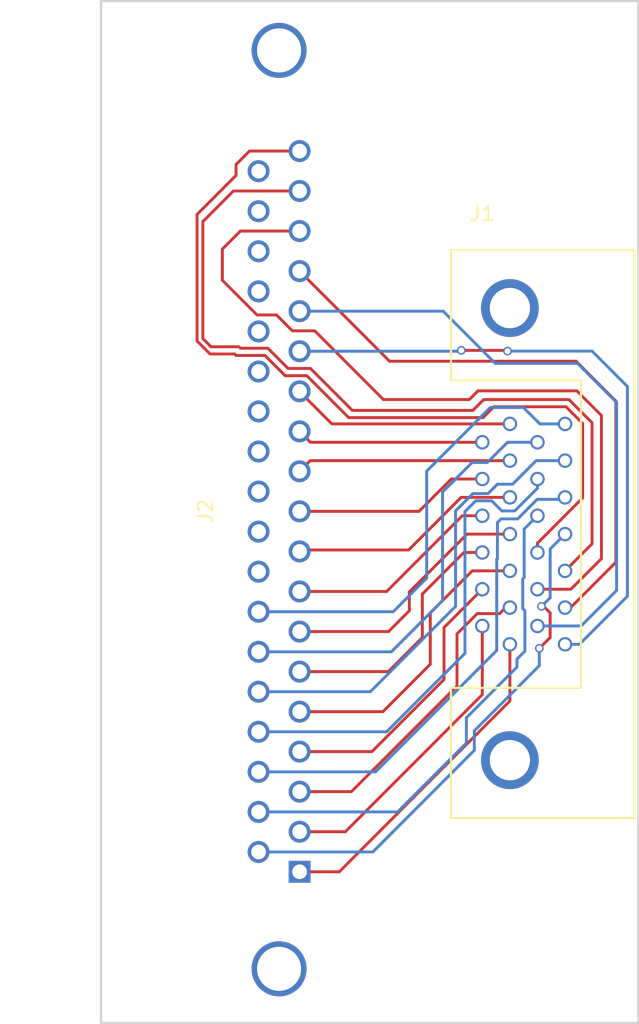
<source format=kicad_pcb>
(kicad_pcb (version 4) (host pcbnew 4.0.6)

  (general
    (links 26)
    (no_connects 0)
    (area 0 0 0 0)
    (thickness 1.6)
    (drawings 6)
    (tracks 193)
    (zones 0)
    (modules 2)
    (nets 38)
  )

  (page A4)
  (layers
    (0 F.Cu signal)
    (31 B.Cu signal)
    (32 B.Adhes user)
    (33 F.Adhes user)
    (34 B.Paste user)
    (35 F.Paste user)
    (36 B.SilkS user)
    (37 F.SilkS user)
    (38 B.Mask user)
    (39 F.Mask user)
    (40 Dwgs.User user)
    (41 Cmts.User user)
    (42 Eco1.User user)
    (43 Eco2.User user)
    (44 Edge.Cuts user)
    (45 Margin user)
    (46 B.CrtYd user)
    (47 F.CrtYd user)
    (48 B.Fab user)
    (49 F.Fab user)
  )

  (setup
    (last_trace_width 0.2)
    (trace_clearance 0.2)
    (zone_clearance 0.508)
    (zone_45_only no)
    (trace_min 0.2)
    (segment_width 0.2)
    (edge_width 0.15)
    (via_size 0.6)
    (via_drill 0.4)
    (via_min_size 0.4)
    (via_min_drill 0.3)
    (uvia_size 0.3)
    (uvia_drill 0.1)
    (uvias_allowed no)
    (uvia_min_size 0.2)
    (uvia_min_drill 0.1)
    (pcb_text_width 0.3)
    (pcb_text_size 1.5 1.5)
    (mod_edge_width 0.15)
    (mod_text_size 1 1)
    (mod_text_width 0.15)
    (pad_size 1.524 1.524)
    (pad_drill 0.762)
    (pad_to_mask_clearance 0.2)
    (aux_axis_origin 0 0)
    (visible_elements FFFFFF7F)
    (pcbplotparams
      (layerselection 0x00030_80000001)
      (usegerberextensions false)
      (excludeedgelayer true)
      (linewidth 0.100000)
      (plotframeref false)
      (viasonmask false)
      (mode 1)
      (useauxorigin false)
      (hpglpennumber 1)
      (hpglpenspeed 20)
      (hpglpendiameter 15)
      (hpglpenoverlay 2)
      (psnegative false)
      (psa4output false)
      (plotreference true)
      (plotvalue true)
      (plotinvisibletext false)
      (padsonsilk false)
      (subtractmaskfromsilk false)
      (outputformat 1)
      (mirror false)
      (drillshape 1)
      (scaleselection 1)
      (outputdirectory ""))
  )

  (net 0 "")
  (net 1 "Net-(J1-Pad2)")
  (net 2 "Net-(J1-Pad1)")
  (net 3 "Net-(J1-Pad4)")
  (net 4 "Net-(J1-Pad3)")
  (net 5 "Net-(J1-Pad15)")
  (net 6 "Net-(J1-Pad14)")
  (net 7 "Net-(J1-Pad6)")
  (net 8 "Net-(J1-Pad5)")
  (net 9 "Net-(J1-Pad17)")
  (net 10 "Net-(J1-Pad16)")
  (net 11 "Net-(J1-Pad8)")
  (net 12 "Net-(J1-Pad7)")
  (net 13 "Net-(J1-Pad19)")
  (net 14 "Net-(J1-Pad18)")
  (net 15 "Net-(J1-Pad10)")
  (net 16 "Net-(J1-Pad9)")
  (net 17 "Net-(J1-Pad21)")
  (net 18 "Net-(J1-Pad20)")
  (net 19 "Net-(J1-Pad12)")
  (net 20 "Net-(J1-Pad11)")
  (net 21 "Net-(J1-Pad23)")
  (net 22 "Net-(J1-Pad22)")
  (net 23 "Net-(J1-Pad13)")
  (net 24 "Net-(J1-Pad25)")
  (net 25 "Net-(J1-Pad24)")
  (net 26 "Net-(J1-Pad26)")
  (net 27 "Net-(J2-Pad27)")
  (net 28 "Net-(J2-Pad28)")
  (net 29 "Net-(J2-Pad29)")
  (net 30 "Net-(J2-Pad30)")
  (net 31 "Net-(J2-Pad31)")
  (net 32 "Net-(J2-Pad32)")
  (net 33 "Net-(J2-Pad33)")
  (net 34 "Net-(J2-Pad34)")
  (net 35 "Net-(J2-Pad35)")
  (net 36 "Net-(J2-Pad36)")
  (net 37 "Net-(J2-Pad37)")

  (net_class Default "This is the default net class."
    (clearance 0.2)
    (trace_width 0.2)
    (via_dia 0.6)
    (via_drill 0.4)
    (uvia_dia 0.3)
    (uvia_drill 0.1)
    (add_net "Net-(J1-Pad1)")
    (add_net "Net-(J1-Pad10)")
    (add_net "Net-(J1-Pad11)")
    (add_net "Net-(J1-Pad12)")
    (add_net "Net-(J1-Pad13)")
    (add_net "Net-(J1-Pad14)")
    (add_net "Net-(J1-Pad15)")
    (add_net "Net-(J1-Pad16)")
    (add_net "Net-(J1-Pad17)")
    (add_net "Net-(J1-Pad18)")
    (add_net "Net-(J1-Pad19)")
    (add_net "Net-(J1-Pad2)")
    (add_net "Net-(J1-Pad20)")
    (add_net "Net-(J1-Pad21)")
    (add_net "Net-(J1-Pad22)")
    (add_net "Net-(J1-Pad23)")
    (add_net "Net-(J1-Pad24)")
    (add_net "Net-(J1-Pad25)")
    (add_net "Net-(J1-Pad26)")
    (add_net "Net-(J1-Pad3)")
    (add_net "Net-(J1-Pad4)")
    (add_net "Net-(J1-Pad5)")
    (add_net "Net-(J1-Pad6)")
    (add_net "Net-(J1-Pad7)")
    (add_net "Net-(J1-Pad8)")
    (add_net "Net-(J1-Pad9)")
    (add_net "Net-(J2-Pad27)")
    (add_net "Net-(J2-Pad28)")
    (add_net "Net-(J2-Pad29)")
    (add_net "Net-(J2-Pad30)")
    (add_net "Net-(J2-Pad31)")
    (add_net "Net-(J2-Pad32)")
    (add_net "Net-(J2-Pad33)")
    (add_net "Net-(J2-Pad34)")
    (add_net "Net-(J2-Pad35)")
    (add_net "Net-(J2-Pad36)")
    (add_net "Net-(J2-Pad37)")
  )

  (module MyConnectors:MiniDRibbon26 (layer F.Cu) (tedit 5988FB90) (tstamp 598A5D0F)
    (at 148.5011 105.0036)
    (path /598A5C3C)
    (fp_text reference J1 (at 0 -28.5) (layer F.SilkS)
      (effects (font (size 1 1) (thickness 0.15)))
    )
    (fp_text value CONN_01X26 (at 0 -27.25) (layer F.Fab)
      (effects (font (size 1 1) (thickness 0.15)))
    )
    (fp_line (start 10.53 13.28) (end 10.53 -25.98) (layer F.SilkS) (width 0.15))
    (fp_line (start 6.83 -16.98) (end 6.83 4.28) (layer F.SilkS) (width 0.15))
    (fp_line (start -2.17 -16.98) (end 6.83 -16.98) (layer F.SilkS) (width 0.15))
    (fp_line (start -2.17 -25.98) (end 10.53 -25.98) (layer F.SilkS) (width 0.15))
    (fp_line (start -2.17 -25.98) (end -2.17 -16.98) (layer F.SilkS) (width 0.15))
    (fp_line (start -2.17 13.28) (end 10.53 13.28) (layer F.SilkS) (width 0.15))
    (fp_line (start -2.17 4.28) (end -2.17 13.28) (layer F.SilkS) (width 0.15))
    (fp_line (start -2.17 4.28) (end 6.83 4.28) (layer F.SilkS) (width 0.15))
    (pad "" np_thru_hole circle (at 1.91 -21.98) (size 4 4) (drill 2.79) (layers *.Cu *.Mask))
    (pad 2 thru_hole circle (at 0 0) (size 1 1) (drill 0.71) (layers *.Cu *.Mask)
      (net 1 "Net-(J1-Pad2)"))
    (pad 1 thru_hole circle (at 1.91 1.27) (size 1 1) (drill 0.71) (layers *.Cu *.Mask)
      (net 2 "Net-(J1-Pad1)"))
    (pad 4 thru_hole circle (at 0 -2.54) (size 1 1) (drill 0.71) (layers *.Cu *.Mask)
      (net 3 "Net-(J1-Pad4)"))
    (pad 3 thru_hole circle (at 1.91 -1.27) (size 1 1) (drill 0.71) (layers *.Cu *.Mask)
      (net 4 "Net-(J1-Pad3)"))
    (pad 15 thru_hole circle (at 3.82 0) (size 1 1) (drill 0.71) (layers *.Cu *.Mask)
      (net 5 "Net-(J1-Pad15)"))
    (pad 14 thru_hole circle (at 5.73 1.27) (size 1 1) (drill 0.71) (layers *.Cu *.Mask)
      (net 6 "Net-(J1-Pad14)"))
    (pad 6 thru_hole circle (at 0 -5.08) (size 1 1) (drill 0.71) (layers *.Cu *.Mask)
      (net 7 "Net-(J1-Pad6)"))
    (pad 5 thru_hole circle (at 1.91 -3.81) (size 1 1) (drill 0.71) (layers *.Cu *.Mask)
      (net 8 "Net-(J1-Pad5)"))
    (pad 17 thru_hole circle (at 3.82 -2.54) (size 1 1) (drill 0.71) (layers *.Cu *.Mask)
      (net 9 "Net-(J1-Pad17)"))
    (pad 16 thru_hole circle (at 5.73 -1.27) (size 1 1) (drill 0.71) (layers *.Cu *.Mask)
      (net 10 "Net-(J1-Pad16)"))
    (pad 8 thru_hole circle (at 0 -7.62) (size 1 1) (drill 0.71) (layers *.Cu *.Mask)
      (net 11 "Net-(J1-Pad8)"))
    (pad 7 thru_hole circle (at 1.91 -6.35) (size 1 1) (drill 0.71) (layers *.Cu *.Mask)
      (net 12 "Net-(J1-Pad7)"))
    (pad 19 thru_hole circle (at 3.82 -5.08) (size 1 1) (drill 0.71) (layers *.Cu *.Mask)
      (net 13 "Net-(J1-Pad19)"))
    (pad 18 thru_hole circle (at 5.73 -3.81) (size 1 1) (drill 0.71) (layers *.Cu *.Mask)
      (net 14 "Net-(J1-Pad18)"))
    (pad 10 thru_hole circle (at 0 -10.16) (size 1 1) (drill 0.71) (layers *.Cu *.Mask)
      (net 15 "Net-(J1-Pad10)"))
    (pad 9 thru_hole circle (at 1.91 -8.89) (size 1 1) (drill 0.71) (layers *.Cu *.Mask)
      (net 16 "Net-(J1-Pad9)"))
    (pad 21 thru_hole circle (at 3.82 -7.62) (size 1 1) (drill 0.71) (layers *.Cu *.Mask)
      (net 17 "Net-(J1-Pad21)"))
    (pad 20 thru_hole circle (at 5.73 -6.35) (size 1 1) (drill 0.71) (layers *.Cu *.Mask)
      (net 18 "Net-(J1-Pad20)"))
    (pad 12 thru_hole circle (at 0 -12.7) (size 1 1) (drill 0.71) (layers *.Cu *.Mask)
      (net 19 "Net-(J1-Pad12)"))
    (pad 11 thru_hole circle (at 1.91 -11.43) (size 1 1) (drill 0.71) (layers *.Cu *.Mask)
      (net 20 "Net-(J1-Pad11)"))
    (pad 23 thru_hole circle (at 3.82 -10.16) (size 1 1) (drill 0.71) (layers *.Cu *.Mask)
      (net 21 "Net-(J1-Pad23)"))
    (pad 22 thru_hole circle (at 5.73 -8.89) (size 1 1) (drill 0.71) (layers *.Cu *.Mask)
      (net 22 "Net-(J1-Pad22)"))
    (pad 13 thru_hole circle (at 1.91 -13.97) (size 1 1) (drill 0.71) (layers *.Cu *.Mask)
      (net 23 "Net-(J1-Pad13)"))
    (pad 25 thru_hole circle (at 3.82 -12.7) (size 1 1) (drill 0.71) (layers *.Cu *.Mask)
      (net 24 "Net-(J1-Pad25)"))
    (pad 24 thru_hole circle (at 5.73 -11.43) (size 1 1) (drill 0.71) (layers *.Cu *.Mask)
      (net 25 "Net-(J1-Pad24)"))
    (pad 26 thru_hole circle (at 5.73 -13.97) (size 1 1) (drill 0.71) (layers *.Cu *.Mask)
      (net 26 "Net-(J1-Pad26)"))
    (pad "" np_thru_hole circle (at 1.91 9.28) (size 4 4) (drill 2.79) (layers *.Cu *.Mask))
  )

  (module Connectors:DB37FC (layer F.Cu) (tedit 0) (tstamp 598A5D3A)
    (at 135.85 122 90)
    (descr "Connecteur DB37 femelle couche")
    (tags "CONN DB37")
    (path /598A5C01)
    (fp_text reference J2 (at 24.92 -6.5 270) (layer F.SilkS)
      (effects (font (size 1 1) (thickness 0.15)))
    )
    (fp_text value DB37_FEMALE (at 24.92 -9.04 270) (layer F.Fab)
      (effects (font (size 1 1) (thickness 0.15)))
    )
    (fp_line (start 59.84 1.75) (end -10.01 1.75) (layer F.Fab) (width 0.1))
    (fp_line (start -10.01 1.75) (end -10.01 -13.49) (layer F.Fab) (width 0.1))
    (fp_line (start -10.01 -13.49) (end 59.84 -13.49) (layer F.Fab) (width 0.1))
    (fp_line (start 59.84 -13.49) (end 59.84 1.75) (layer F.Fab) (width 0.1))
    (fp_line (start 50.32 -13.49) (end 50.32 -20.47) (layer F.Fab) (width 0.1))
    (fp_line (start 50.32 -20.47) (end -0.48 -20.47) (layer F.Fab) (width 0.1))
    (fp_line (start -0.48 -20.47) (end -0.48 -13.49) (layer F.Fab) (width 0.1))
    (fp_line (start 52.22 -13.49) (end 52.22 1.75) (layer F.Fab) (width 0.1))
    (fp_line (start -2.39 -13.49) (end -2.39 1.75) (layer F.Fab) (width 0.1))
    (fp_line (start -10.26 -20.72) (end 60.09 -20.72) (layer F.CrtYd) (width 0.05))
    (fp_line (start -10.26 -20.72) (end -10.26 2) (layer F.CrtYd) (width 0.05))
    (fp_line (start 60.09 2) (end 60.09 -20.72) (layer F.CrtYd) (width 0.05))
    (fp_line (start 60.09 2) (end -10.26 2) (layer F.CrtYd) (width 0.05))
    (pad 1 thru_hole rect (at 0 0 270) (size 1.52 1.52) (drill 1.02) (layers *.Cu *.Mask *.Fab)
      (net 2 "Net-(J1-Pad1)"))
    (pad 2 thru_hole circle (at 2.77 0 270) (size 1.52 1.52) (drill 1.02) (layers *.Cu *.Mask)
      (net 1 "Net-(J1-Pad2)"))
    (pad 3 thru_hole circle (at 5.54 0 270) (size 1.52 1.52) (drill 1.02) (layers *.Cu *.Mask)
      (net 4 "Net-(J1-Pad3)"))
    (pad 4 thru_hole circle (at 8.31 0 270) (size 1.52 1.52) (drill 1.02) (layers *.Cu *.Mask)
      (net 3 "Net-(J1-Pad4)"))
    (pad 5 thru_hole circle (at 11.07 0 270) (size 1.52 1.52) (drill 1.02) (layers *.Cu *.Mask)
      (net 8 "Net-(J1-Pad5)"))
    (pad 6 thru_hole circle (at 13.84 0 270) (size 1.52 1.52) (drill 1.02) (layers *.Cu *.Mask)
      (net 7 "Net-(J1-Pad6)"))
    (pad 7 thru_hole circle (at 16.61 0 270) (size 1.52 1.52) (drill 1.02) (layers *.Cu *.Mask)
      (net 12 "Net-(J1-Pad7)"))
    (pad 8 thru_hole circle (at 19.38 0 270) (size 1.52 1.52) (drill 1.02) (layers *.Cu *.Mask)
      (net 11 "Net-(J1-Pad8)"))
    (pad 9 thru_hole circle (at 22.15 0 270) (size 1.52 1.52) (drill 1.02) (layers *.Cu *.Mask)
      (net 16 "Net-(J1-Pad9)"))
    (pad ? thru_hole circle (at -6.71 -1.42 270) (size 3.81 3.81) (drill 3.05) (layers *.Cu *.Mask))
    (pad ? thru_hole circle (at 56.79 -1.42 270) (size 3.81 3.81) (drill 3.05) (layers *.Cu *.Mask))
    (pad 10 thru_hole circle (at 24.92 0 270) (size 1.52 1.52) (drill 1.02) (layers *.Cu *.Mask)
      (net 15 "Net-(J1-Pad10)"))
    (pad 11 thru_hole circle (at 27.69 0 270) (size 1.52 1.52) (drill 1.02) (layers *.Cu *.Mask)
      (net 20 "Net-(J1-Pad11)"))
    (pad 12 thru_hole circle (at 30.45 0 270) (size 1.52 1.52) (drill 1.02) (layers *.Cu *.Mask)
      (net 19 "Net-(J1-Pad12)"))
    (pad 13 thru_hole circle (at 33.22 0 270) (size 1.52 1.52) (drill 1.02) (layers *.Cu *.Mask)
      (net 23 "Net-(J1-Pad13)"))
    (pad 14 thru_hole circle (at 35.99 0 270) (size 1.52 1.52) (drill 1.02) (layers *.Cu *.Mask)
      (net 6 "Net-(J1-Pad14)"))
    (pad 15 thru_hole circle (at 38.76 0 270) (size 1.52 1.52) (drill 1.02) (layers *.Cu *.Mask)
      (net 5 "Net-(J1-Pad15)"))
    (pad 16 thru_hole circle (at 41.53 0 270) (size 1.52 1.52) (drill 1.02) (layers *.Cu *.Mask)
      (net 10 "Net-(J1-Pad16)"))
    (pad 17 thru_hole circle (at 44.3 0 270) (size 1.52 1.52) (drill 1.02) (layers *.Cu *.Mask)
      (net 9 "Net-(J1-Pad17)"))
    (pad 18 thru_hole circle (at 47.07 0 270) (size 1.52 1.52) (drill 1.02) (layers *.Cu *.Mask)
      (net 14 "Net-(J1-Pad18)"))
    (pad 19 thru_hole circle (at 49.83 0 270) (size 1.52 1.52) (drill 1.02) (layers *.Cu *.Mask)
      (net 13 "Net-(J1-Pad19)"))
    (pad 20 thru_hole circle (at 1.37 -2.84 270) (size 1.52 1.52) (drill 1.02) (layers *.Cu *.Mask)
      (net 18 "Net-(J1-Pad20)"))
    (pad 21 thru_hole circle (at 4.14 -2.84 270) (size 1.52 1.52) (drill 1.02) (layers *.Cu *.Mask)
      (net 17 "Net-(J1-Pad21)"))
    (pad 22 thru_hole circle (at 6.91 -2.84 270) (size 1.52 1.52) (drill 1.02) (layers *.Cu *.Mask)
      (net 22 "Net-(J1-Pad22)"))
    (pad 23 thru_hole circle (at 9.68 -2.84 270) (size 1.52 1.52) (drill 1.02) (layers *.Cu *.Mask)
      (net 21 "Net-(J1-Pad23)"))
    (pad 24 thru_hole circle (at 12.45 -2.84 270) (size 1.52 1.52) (drill 1.02) (layers *.Cu *.Mask)
      (net 25 "Net-(J1-Pad24)"))
    (pad 25 thru_hole circle (at 15.21 -2.84 270) (size 1.52 1.52) (drill 1.02) (layers *.Cu *.Mask)
      (net 24 "Net-(J1-Pad25)"))
    (pad 26 thru_hole circle (at 17.98 -2.84 270) (size 1.52 1.52) (drill 1.02) (layers *.Cu *.Mask)
      (net 26 "Net-(J1-Pad26)"))
    (pad 27 thru_hole circle (at 20.75 -2.84 270) (size 1.52 1.52) (drill 1.02) (layers *.Cu *.Mask)
      (net 27 "Net-(J2-Pad27)"))
    (pad 28 thru_hole circle (at 23.52 -2.84 270) (size 1.52 1.52) (drill 1.02) (layers *.Cu *.Mask)
      (net 28 "Net-(J2-Pad28)"))
    (pad 29 thru_hole circle (at 26.29 -2.84 270) (size 1.52 1.52) (drill 1.02) (layers *.Cu *.Mask)
      (net 29 "Net-(J2-Pad29)"))
    (pad 30 thru_hole circle (at 29.06 -2.84 270) (size 1.52 1.52) (drill 1.02) (layers *.Cu *.Mask)
      (net 30 "Net-(J2-Pad30)"))
    (pad 31 thru_hole circle (at 31.83 -2.84 270) (size 1.52 1.52) (drill 1.02) (layers *.Cu *.Mask)
      (net 31 "Net-(J2-Pad31)"))
    (pad 32 thru_hole circle (at 34.59 -2.84 270) (size 1.52 1.52) (drill 1.02) (layers *.Cu *.Mask)
      (net 32 "Net-(J2-Pad32)"))
    (pad 33 thru_hole circle (at 37.36 -2.84 270) (size 1.52 1.52) (drill 1.02) (layers *.Cu *.Mask)
      (net 33 "Net-(J2-Pad33)"))
    (pad 34 thru_hole circle (at 40.13 -2.84 270) (size 1.52 1.52) (drill 1.02) (layers *.Cu *.Mask)
      (net 34 "Net-(J2-Pad34)"))
    (pad 35 thru_hole circle (at 42.9 -2.84 270) (size 1.52 1.52) (drill 1.02) (layers *.Cu *.Mask)
      (net 35 "Net-(J2-Pad35)"))
    (pad 36 thru_hole circle (at 45.67 -2.84 270) (size 1.52 1.52) (drill 1.02) (layers *.Cu *.Mask)
      (net 36 "Net-(J2-Pad36)"))
    (pad 37 thru_hole circle (at 48.44 -2.84 270) (size 1.52 1.52) (drill 1.02) (layers *.Cu *.Mask)
      (net 37 "Net-(J2-Pad37)"))
    (model ${KISYS3DMOD}/Connectors.3dshapes/DB37FC.wrl
      (at (xyz 0.98 0.06 0))
      (scale (xyz 1 1 1))
      (rotate (xyz 0 0 0))
    )
  )

  (gr_line (start 122.1 61.8) (end 122.2 61.8) (angle 90) (layer Edge.Cuts) (width 0.15))
  (gr_line (start 122.1 132.45) (end 122.1 61.8) (angle 90) (layer Edge.Cuts) (width 0.15))
  (gr_line (start 122.35 132.45) (end 122.1 132.45) (angle 90) (layer Edge.Cuts) (width 0.15))
  (gr_line (start 159.3 132.45) (end 122.35 132.45) (angle 90) (layer Edge.Cuts) (width 0.15))
  (gr_line (start 159.3 61.8) (end 159.3 132.45) (angle 90) (layer Edge.Cuts) (width 0.15))
  (gr_line (start 122.2 61.8) (end 159.3 61.8) (angle 90) (layer Edge.Cuts) (width 0.15))

  (segment (start 135.85 119.23) (end 139.02 119.23) (width 0.2) (layer F.Cu) (net 1))
  (segment (start 148.5011 109.7489) (end 148.5011 105.0036) (width 0.2) (layer F.Cu) (net 1) (tstamp 598A5D6F))
  (segment (start 139.02 119.23) (end 148.5011 109.7489) (width 0.2) (layer F.Cu) (net 1) (tstamp 598A5D6D))
  (segment (start 150.4111 106.2736) (end 150.4111 110.1889) (width 0.2) (layer F.Cu) (net 2))
  (segment (start 138.6 122) (end 135.85 122) (width 0.2) (layer F.Cu) (net 2) (tstamp 598A5D68))
  (segment (start 150.4111 110.1889) (end 138.6 122) (width 0.2) (layer F.Cu) (net 2) (tstamp 598A5D66))
  (segment (start 135.85 113.69) (end 140.86 113.69) (width 0.2) (layer F.Cu) (net 3))
  (segment (start 145.85 105.1147) (end 148.5011 102.4636) (width 0.2) (layer F.Cu) (net 3) (tstamp 598A5D83))
  (segment (start 145.85 108.7) (end 145.85 105.1147) (width 0.2) (layer F.Cu) (net 3) (tstamp 598A5D81))
  (segment (start 140.86 113.69) (end 145.85 108.7) (width 0.2) (layer F.Cu) (net 3) (tstamp 598A5D7F))
  (segment (start 150.4111 103.7336) (end 150.1164 103.7336) (width 0.2) (layer F.Cu) (net 4))
  (segment (start 150.1164 103.7336) (end 149.7 104.15) (width 0.2) (layer F.Cu) (net 4) (tstamp 598A5D73))
  (segment (start 149.7 104.15) (end 148.15 104.15) (width 0.2) (layer F.Cu) (net 4) (tstamp 598A5D74))
  (segment (start 148.15 104.15) (end 146.75 105.55) (width 0.2) (layer F.Cu) (net 4) (tstamp 598A5D75))
  (segment (start 146.75 105.55) (end 146.75 109.15) (width 0.2) (layer F.Cu) (net 4) (tstamp 598A5D77))
  (segment (start 146.75 109.15) (end 139.44 116.46) (width 0.2) (layer F.Cu) (net 4) (tstamp 598A5D79))
  (segment (start 139.44 116.46) (end 135.85 116.46) (width 0.2) (layer F.Cu) (net 4) (tstamp 598A5D7B))
  (segment (start 135.85 83.24) (end 145.79 83.24) (width 0.2) (layer B.Cu) (net 5) (status 400000))
  (segment (start 155.3464 105.0036) (end 152.3211 105.0036) (width 0.2) (layer B.Cu) (net 5) (tstamp 598A6058) (status 800000))
  (segment (start 157.8 102.55) (end 155.3464 105.0036) (width 0.2) (layer B.Cu) (net 5) (tstamp 598A6056))
  (segment (start 157.8 89.55) (end 157.8 102.55) (width 0.2) (layer B.Cu) (net 5) (tstamp 598A6054))
  (segment (start 155.1 86.85) (end 157.8 89.55) (width 0.2) (layer B.Cu) (net 5) (tstamp 598A6052))
  (segment (start 149.4 86.85) (end 155.1 86.85) (width 0.2) (layer B.Cu) (net 5) (tstamp 598A6050))
  (segment (start 145.79 83.24) (end 149.4 86.85) (width 0.2) (layer B.Cu) (net 5) (tstamp 598A604B))
  (segment (start 154.2311 106.2736) (end 155.2264 106.2736) (width 0.2) (layer B.Cu) (net 6) (status 400000))
  (segment (start 146.99 86.01) (end 135.85 86.01) (width 0.2) (layer B.Cu) (net 6) (tstamp 598A606A) (status 800000))
  (segment (start 147.05 85.95) (end 146.99 86.01) (width 0.2) (layer B.Cu) (net 6) (tstamp 598A6069))
  (via (at 147.05 85.95) (size 0.6) (drill 0.4) (layers F.Cu B.Cu) (net 6))
  (segment (start 150.2 85.95) (end 147.05 85.95) (width 0.2) (layer F.Cu) (net 6) (tstamp 598A6067))
  (segment (start 150.25 86) (end 150.2 85.95) (width 0.2) (layer F.Cu) (net 6) (tstamp 598A6066))
  (via (at 150.25 86) (size 0.6) (drill 0.4) (layers F.Cu B.Cu) (net 6))
  (segment (start 156.1 86) (end 150.25 86) (width 0.2) (layer B.Cu) (net 6) (tstamp 598A6062))
  (segment (start 158.55 88.45) (end 156.1 86) (width 0.2) (layer B.Cu) (net 6) (tstamp 598A6060))
  (segment (start 158.55 102.95) (end 158.55 88.45) (width 0.2) (layer B.Cu) (net 6) (tstamp 598A605E))
  (segment (start 155.2264 106.2736) (end 158.55 102.95) (width 0.2) (layer B.Cu) (net 6) (tstamp 598A605C))
  (segment (start 135.85 108.16) (end 141.99 108.16) (width 0.2) (layer F.Cu) (net 7))
  (segment (start 147.2264 99.9236) (end 148.5011 99.9236) (width 0.2) (layer F.Cu) (net 7) (tstamp 598A5D97))
  (segment (start 144.35 102.8) (end 147.2264 99.9236) (width 0.2) (layer F.Cu) (net 7) (tstamp 598A5D95))
  (segment (start 144.35 105.8) (end 144.35 102.8) (width 0.2) (layer F.Cu) (net 7) (tstamp 598A5D93))
  (segment (start 141.99 108.16) (end 144.35 105.8) (width 0.2) (layer F.Cu) (net 7) (tstamp 598A5D91))
  (segment (start 150.4111 101.1936) (end 147.8064 101.1936) (width 0.2) (layer F.Cu) (net 8))
  (segment (start 141.62 110.93) (end 135.85 110.93) (width 0.2) (layer F.Cu) (net 8) (tstamp 598A5D8D))
  (segment (start 144.9 107.65) (end 141.62 110.93) (width 0.2) (layer F.Cu) (net 8) (tstamp 598A5D8B))
  (segment (start 144.9 104.1) (end 144.9 107.65) (width 0.2) (layer F.Cu) (net 8) (tstamp 598A5D89))
  (segment (start 147.8064 101.1936) (end 144.9 104.1) (width 0.2) (layer F.Cu) (net 8) (tstamp 598A5D87))
  (segment (start 152.3211 102.4636) (end 154.6364 102.4636) (width 0.2) (layer F.Cu) (net 9) (status 400000))
  (segment (start 131.75 77.7) (end 135.85 77.7) (width 0.2) (layer F.Cu) (net 9) (tstamp 598A602E) (status 800000))
  (segment (start 130.5 78.95) (end 131.75 77.7) (width 0.2) (layer F.Cu) (net 9) (tstamp 598A602C))
  (segment (start 130.5 81.1) (end 130.5 78.95) (width 0.2) (layer F.Cu) (net 9) (tstamp 598A602A))
  (segment (start 132.9 83.5) (end 130.5 81.1) (width 0.2) (layer F.Cu) (net 9) (tstamp 598A6029))
  (segment (start 134.25 83.5) (end 132.9 83.5) (width 0.2) (layer F.Cu) (net 9) (tstamp 598A6027))
  (segment (start 135.35 84.6) (end 134.25 83.5) (width 0.2) (layer F.Cu) (net 9) (tstamp 598A6025))
  (segment (start 136.9 84.6) (end 135.35 84.6) (width 0.2) (layer F.Cu) (net 9) (tstamp 598A6022))
  (segment (start 141.65 89.35) (end 136.9 84.6) (width 0.2) (layer F.Cu) (net 9) (tstamp 598A601D))
  (segment (start 147.6 89.35) (end 141.65 89.35) (width 0.2) (layer F.Cu) (net 9) (tstamp 598A601C))
  (segment (start 148.2 88.75) (end 147.6 89.35) (width 0.2) (layer F.Cu) (net 9) (tstamp 598A6019))
  (segment (start 155.05 88.75) (end 148.2 88.75) (width 0.2) (layer F.Cu) (net 9) (tstamp 598A6016))
  (segment (start 156.75 90.45) (end 155.05 88.75) (width 0.2) (layer F.Cu) (net 9) (tstamp 598A600F))
  (segment (start 156.75 100.35) (end 156.75 90.45) (width 0.2) (layer F.Cu) (net 9) (tstamp 598A600D))
  (segment (start 154.6364 102.4636) (end 156.75 100.35) (width 0.2) (layer F.Cu) (net 9) (tstamp 598A600C))
  (segment (start 154.2311 103.7336) (end 154.6164 103.7336) (width 0.2) (layer F.Cu) (net 10) (status C00000))
  (segment (start 154.6164 103.7336) (end 157.75 100.6) (width 0.2) (layer F.Cu) (net 10) (tstamp 598A6037) (status 400000))
  (segment (start 157.75 100.6) (end 157.75 89.45) (width 0.2) (layer F.Cu) (net 10) (tstamp 598A6039))
  (segment (start 157.75 89.45) (end 155 86.7) (width 0.2) (layer F.Cu) (net 10) (tstamp 598A603C))
  (segment (start 155 86.7) (end 142.08 86.7) (width 0.2) (layer F.Cu) (net 10) (tstamp 598A603E))
  (segment (start 142.08 86.7) (end 135.85 80.47) (width 0.2) (layer F.Cu) (net 10) (tstamp 598A6040) (status 800000))
  (segment (start 135.85 102.62) (end 141.88 102.62) (width 0.2) (layer F.Cu) (net 11))
  (segment (start 147.1164 97.3836) (end 148.5011 97.3836) (width 0.2) (layer F.Cu) (net 11) (tstamp 598A5DA7))
  (segment (start 141.88 102.62) (end 147.1164 97.3836) (width 0.2) (layer F.Cu) (net 11) (tstamp 598A5DA5))
  (segment (start 150.4111 98.6536) (end 147.4464 98.6536) (width 0.2) (layer F.Cu) (net 12))
  (segment (start 142.01 105.39) (end 135.85 105.39) (width 0.2) (layer F.Cu) (net 12) (tstamp 598A5DA1))
  (segment (start 143.45 103.95) (end 142.01 105.39) (width 0.2) (layer F.Cu) (net 12) (tstamp 598A5D9F))
  (segment (start 143.45 102.65) (end 143.45 103.95) (width 0.2) (layer F.Cu) (net 12) (tstamp 598A5D9D))
  (segment (start 147.4464 98.6536) (end 143.45 102.65) (width 0.2) (layer F.Cu) (net 12) (tstamp 598A5D9B))
  (segment (start 135.85 72.17) (end 132.38 72.17) (width 0.2) (layer F.Cu) (net 13) (status 400000))
  (segment (start 152.3211 99.2789) (end 152.3211 99.9236) (width 0.2) (layer F.Cu) (net 13) (tstamp 598A5FCD) (status 800000))
  (segment (start 155.45 96.15) (end 152.3211 99.2789) (width 0.2) (layer F.Cu) (net 13) (tstamp 598A5FC9))
  (segment (start 155.45 91) (end 155.45 96.15) (width 0.2) (layer F.Cu) (net 13) (tstamp 598A5FC5))
  (segment (start 154.3 89.85) (end 155.45 91) (width 0.2) (layer F.Cu) (net 13) (tstamp 598A5FC1))
  (segment (start 149.3 89.85) (end 154.3 89.85) (width 0.2) (layer F.Cu) (net 13) (tstamp 598A5FBB))
  (segment (start 148.55 90.6) (end 149.3 89.85) (width 0.2) (layer F.Cu) (net 13) (tstamp 598A5FB3))
  (segment (start 139.25 90.6) (end 148.55 90.6) (width 0.2) (layer F.Cu) (net 13) (tstamp 598A5FB1))
  (segment (start 136.35 87.7) (end 139.25 90.6) (width 0.2) (layer F.Cu) (net 13) (tstamp 598A5FAF))
  (segment (start 134.85 87.7) (end 136.35 87.7) (width 0.2) (layer F.Cu) (net 13) (tstamp 598A5FA9))
  (segment (start 133.45 86.3) (end 134.85 87.7) (width 0.2) (layer F.Cu) (net 13) (tstamp 598A5FA5))
  (segment (start 131.45 86.3) (end 133.45 86.3) (width 0.2) (layer F.Cu) (net 13) (tstamp 598A5F8F))
  (segment (start 131.35 86.2) (end 131.45 86.3) (width 0.2) (layer F.Cu) (net 13) (tstamp 598A5F8D))
  (segment (start 129.65 86.2) (end 131.35 86.2) (width 0.2) (layer F.Cu) (net 13) (tstamp 598A5F8B))
  (segment (start 128.75 85.3) (end 129.65 86.2) (width 0.2) (layer F.Cu) (net 13) (tstamp 598A5F88))
  (segment (start 128.75 83.7) (end 128.75 85.3) (width 0.2) (layer F.Cu) (net 13) (tstamp 598A5F87))
  (segment (start 128.75 76.55) (end 128.75 83.7) (width 0.2) (layer F.Cu) (net 13) (tstamp 598A5F85))
  (segment (start 131.45 73.85) (end 128.75 76.55) (width 0.2) (layer F.Cu) (net 13) (tstamp 598A5F81))
  (segment (start 131.45 73.1) (end 131.45 73.85) (width 0.2) (layer F.Cu) (net 13) (tstamp 598A5F7F))
  (segment (start 132.38 72.17) (end 131.45 73.1) (width 0.2) (layer F.Cu) (net 13) (tstamp 598A5F7D))
  (segment (start 135.85 74.93) (end 131.27 74.93) (width 0.2) (layer F.Cu) (net 14) (status 400000))
  (segment (start 156.1 99.3247) (end 154.2311 101.1936) (width 0.2) (layer F.Cu) (net 14) (tstamp 598A6001) (status 800000))
  (segment (start 156.1 90.95) (end 156.1 99.3247) (width 0.2) (layer F.Cu) (net 14) (tstamp 598A5FFE))
  (segment (start 154.5 89.35) (end 156.1 90.95) (width 0.2) (layer F.Cu) (net 14) (tstamp 598A5FFC))
  (segment (start 148.6 89.35) (end 154.5 89.35) (width 0.2) (layer F.Cu) (net 14) (tstamp 598A5FFB))
  (segment (start 147.85 90.1) (end 148.6 89.35) (width 0.2) (layer F.Cu) (net 14) (tstamp 598A5FF9))
  (segment (start 139.5 90.1) (end 147.85 90.1) (width 0.2) (layer F.Cu) (net 14) (tstamp 598A5FF6))
  (segment (start 136.6 87.2) (end 139.5 90.1) (width 0.2) (layer F.Cu) (net 14) (tstamp 598A5FF4))
  (segment (start 135.05 87.2) (end 136.6 87.2) (width 0.2) (layer F.Cu) (net 14) (tstamp 598A5FEE))
  (segment (start 133.65 85.8) (end 135.05 87.2) (width 0.2) (layer F.Cu) (net 14) (tstamp 598A5FEC))
  (segment (start 131.75 85.8) (end 133.65 85.8) (width 0.2) (layer F.Cu) (net 14) (tstamp 598A5FE6))
  (segment (start 131.65 85.7) (end 131.75 85.8) (width 0.2) (layer F.Cu) (net 14) (tstamp 598A5FDA))
  (segment (start 129.715688 85.7) (end 131.65 85.7) (width 0.2) (layer F.Cu) (net 14) (tstamp 598A5FD8))
  (segment (start 129.150002 85.134314) (end 129.715688 85.7) (width 0.2) (layer F.Cu) (net 14) (tstamp 598A5FD5))
  (segment (start 129.150002 77.049998) (end 129.150002 85.134314) (width 0.2) (layer F.Cu) (net 14) (tstamp 598A5FD3))
  (segment (start 131.27 74.93) (end 129.150002 77.049998) (width 0.2) (layer F.Cu) (net 14) (tstamp 598A5FD2))
  (segment (start 135.85 97.08) (end 144.12 97.08) (width 0.2) (layer F.Cu) (net 15))
  (segment (start 146.3564 94.8436) (end 148.5011 94.8436) (width 0.2) (layer F.Cu) (net 15) (tstamp 598A5DB4))
  (segment (start 144.12 97.08) (end 146.3564 94.8436) (width 0.2) (layer F.Cu) (net 15) (tstamp 598A5DB2))
  (segment (start 150.4111 96.1136) (end 147.0364 96.1136) (width 0.2) (layer F.Cu) (net 16))
  (segment (start 143.4 99.75) (end 135.95 99.75) (width 0.2) (layer F.Cu) (net 16) (tstamp 598A5DAD))
  (segment (start 147.0364 96.1136) (end 143.4 99.75) (width 0.2) (layer F.Cu) (net 16) (tstamp 598A5DAB))
  (segment (start 135.95 99.75) (end 135.85 99.85) (width 0.2) (layer F.Cu) (net 16) (tstamp 598A5DAF))
  (segment (start 133.01 117.86) (end 142.64 117.86) (width 0.2) (layer B.Cu) (net 17) (status 400000))
  (segment (start 151.4 98.3047) (end 152.3211 97.3836) (width 0.2) (layer B.Cu) (net 17) (tstamp 598A60AB) (status 800000))
  (segment (start 151.4 101.65) (end 151.4 98.3047) (width 0.2) (layer B.Cu) (net 17) (tstamp 598A60AA))
  (segment (start 151.3 101.75) (end 151.4 101.65) (width 0.2) (layer B.Cu) (net 17) (tstamp 598A60A6))
  (segment (start 151.3 103.8) (end 151.3 101.75) (width 0.2) (layer B.Cu) (net 17) (tstamp 598A60A4))
  (segment (start 151.45 103.95) (end 151.3 103.8) (width 0.2) (layer B.Cu) (net 17) (tstamp 598A60A3))
  (segment (start 151.45 106.75) (end 151.45 103.95) (width 0.2) (layer B.Cu) (net 17) (tstamp 598A60A2))
  (segment (start 150.9 107.3) (end 151.45 106.75) (width 0.2) (layer B.Cu) (net 17) (tstamp 598A60A1))
  (segment (start 150.9 107.85) (end 150.9 107.3) (width 0.2) (layer B.Cu) (net 17) (tstamp 598A60A0))
  (segment (start 147.4 111.35) (end 150.9 107.85) (width 0.2) (layer B.Cu) (net 17) (tstamp 598A609E))
  (segment (start 147.4 113.1) (end 147.4 111.35) (width 0.2) (layer B.Cu) (net 17) (tstamp 598A609C))
  (segment (start 142.64 117.86) (end 147.4 113.1) (width 0.2) (layer B.Cu) (net 17) (tstamp 598A6097))
  (segment (start 133.01 120.63) (end 140.92 120.63) (width 0.2) (layer B.Cu) (net 18) (status 400000))
  (segment (start 153.2 99.6847) (end 154.2311 98.6536) (width 0.2) (layer B.Cu) (net 18) (tstamp 598A6093) (status 800000))
  (segment (start 153.2 103.05) (end 153.2 99.6847) (width 0.2) (layer B.Cu) (net 18) (tstamp 598A6092))
  (segment (start 152.6 103.65) (end 153.2 103.05) (width 0.2) (layer B.Cu) (net 18) (tstamp 598A6091))
  (via (at 152.6 103.65) (size 0.6) (drill 0.4) (layers F.Cu B.Cu) (net 18))
  (segment (start 152.75 103.65) (end 152.6 103.65) (width 0.2) (layer F.Cu) (net 18) (tstamp 598A608F))
  (segment (start 153.2 104.1) (end 152.75 103.65) (width 0.2) (layer F.Cu) (net 18) (tstamp 598A608E))
  (segment (start 153.2 105.8) (end 153.2 104.1) (width 0.2) (layer F.Cu) (net 18) (tstamp 598A608D))
  (segment (start 152.45 106.55) (end 153.2 105.8) (width 0.2) (layer F.Cu) (net 18) (tstamp 598A608C))
  (via (at 152.45 106.55) (size 0.6) (drill 0.4) (layers F.Cu B.Cu) (net 18))
  (segment (start 152.45 107.75) (end 152.45 106.55) (width 0.2) (layer B.Cu) (net 18) (tstamp 598A6087))
  (segment (start 147.95 112.25) (end 152.45 107.75) (width 0.2) (layer B.Cu) (net 18) (tstamp 598A6085))
  (segment (start 147.95 113.6) (end 147.95 112.25) (width 0.2) (layer B.Cu) (net 18) (tstamp 598A6083))
  (segment (start 140.92 120.63) (end 147.95 113.6) (width 0.2) (layer B.Cu) (net 18) (tstamp 598A607F))
  (segment (start 148.5011 92.3036) (end 136.6036 92.3036) (width 0.2) (layer F.Cu) (net 19))
  (segment (start 136.6036 92.3036) (end 135.85 91.55) (width 0.2) (layer F.Cu) (net 19) (tstamp 598A5DBB))
  (segment (start 150.4111 93.5736) (end 136.5864 93.5736) (width 0.2) (layer F.Cu) (net 20))
  (segment (start 136.5864 93.5736) (end 135.85 94.31) (width 0.2) (layer F.Cu) (net 20) (tstamp 598A5DB8))
  (segment (start 133.01 112.32) (end 141.88 112.32) (width 0.2) (layer B.Cu) (net 21) (status 400000))
  (segment (start 152.3211 95.4789) (end 152.3211 94.8436) (width 0.2) (layer B.Cu) (net 21) (tstamp 598A60EF) (status 800000))
  (segment (start 150.75 97.05) (end 152.3211 95.4789) (width 0.2) (layer B.Cu) (net 21) (tstamp 598A60EB))
  (segment (start 149.85 97.05) (end 150.75 97.05) (width 0.2) (layer B.Cu) (net 21) (tstamp 598A60EA))
  (segment (start 149.15 96.35) (end 149.85 97.05) (width 0.2) (layer B.Cu) (net 21) (tstamp 598A60E9))
  (segment (start 148.05 96.35) (end 149.15 96.35) (width 0.2) (layer B.Cu) (net 21) (tstamp 598A60E8))
  (segment (start 147.3 97.1) (end 148.05 96.35) (width 0.2) (layer B.Cu) (net 21) (tstamp 598A60E1))
  (segment (start 147.3 106.9) (end 147.3 97.1) (width 0.2) (layer B.Cu) (net 21) (tstamp 598A60DF))
  (segment (start 141.88 112.32) (end 147.3 106.9) (width 0.2) (layer B.Cu) (net 21) (tstamp 598A60D4))
  (segment (start 133.01 115.09) (end 141.11 115.09) (width 0.2) (layer B.Cu) (net 22) (status 400000))
  (segment (start 152.3 96.25) (end 154.0947 96.25) (width 0.2) (layer B.Cu) (net 22) (tstamp 598A60CD) (status 800000))
  (segment (start 150.95 97.6) (end 152.3 96.25) (width 0.2) (layer B.Cu) (net 22) (tstamp 598A60C9))
  (segment (start 149.8 97.6) (end 150.95 97.6) (width 0.2) (layer B.Cu) (net 22) (tstamp 598A60C6))
  (segment (start 149.55 97.85) (end 149.8 97.6) (width 0.2) (layer B.Cu) (net 22) (tstamp 598A60C5))
  (segment (start 149.55 100.35) (end 149.55 97.85) (width 0.2) (layer B.Cu) (net 22) (tstamp 598A60C2))
  (segment (start 149.5 100.4) (end 149.55 100.35) (width 0.2) (layer B.Cu) (net 22) (tstamp 598A60C0))
  (segment (start 149.5 102.8) (end 149.5 100.4) (width 0.2) (layer B.Cu) (net 22) (tstamp 598A60BF))
  (segment (start 149.5 106.7) (end 149.5 102.8) (width 0.2) (layer B.Cu) (net 22) (tstamp 598A60BD))
  (segment (start 141.11 115.09) (end 149.5 106.7) (width 0.2) (layer B.Cu) (net 22) (tstamp 598A60B5))
  (segment (start 154.0947 96.25) (end 154.2311 96.1136) (width 0.2) (layer B.Cu) (net 22) (tstamp 598A60CE) (status C00000))
  (segment (start 138.0836 91.0336) (end 150.4111 91.0336) (width 0.2) (layer F.Cu) (net 23) (tstamp 598A5DBF))
  (segment (start 135.85 88.8) (end 138.0836 91.0336) (width 0.2) (layer F.Cu) (net 23) (tstamp 598A5DBE))
  (segment (start 135.85 88.78) (end 135.85 88.8) (width 0.2) (layer F.Cu) (net 23))
  (segment (start 133.01 106.79) (end 142.21 106.79) (width 0.2) (layer B.Cu) (net 24) (status 400000))
  (segment (start 150.2464 92.3036) (end 152.3211 92.3036) (width 0.2) (layer B.Cu) (net 24) (tstamp 598A6115) (status 800000))
  (segment (start 148.85 93.7) (end 150.2464 92.3036) (width 0.2) (layer B.Cu) (net 24) (tstamp 598A6113))
  (segment (start 147.8 93.7) (end 148.85 93.7) (width 0.2) (layer B.Cu) (net 24) (tstamp 598A6110))
  (segment (start 145.75 95.75) (end 147.8 93.7) (width 0.2) (layer B.Cu) (net 24) (tstamp 598A610E))
  (segment (start 145.75 103.25) (end 145.75 95.75) (width 0.2) (layer B.Cu) (net 24) (tstamp 598A610C))
  (segment (start 142.21 106.79) (end 145.75 103.25) (width 0.2) (layer B.Cu) (net 24) (tstamp 598A6109))
  (segment (start 154.2311 93.5736) (end 152.2264 93.5736) (width 0.2) (layer B.Cu) (net 25) (status 400000))
  (segment (start 140.75 109.55) (end 133.01 109.55) (width 0.2) (layer B.Cu) (net 25) (tstamp 598A6105) (status 800000))
  (segment (start 146.65 103.65) (end 140.75 109.55) (width 0.2) (layer B.Cu) (net 25) (tstamp 598A6100))
  (segment (start 146.65 97.05) (end 146.65 103.65) (width 0.2) (layer B.Cu) (net 25) (tstamp 598A60FD))
  (segment (start 147.85 95.85) (end 146.65 97.05) (width 0.2) (layer B.Cu) (net 25) (tstamp 598A60FA))
  (segment (start 148.9 95.85) (end 147.85 95.85) (width 0.2) (layer B.Cu) (net 25) (tstamp 598A60F9))
  (segment (start 149.55 95.2) (end 148.9 95.85) (width 0.2) (layer B.Cu) (net 25) (tstamp 598A60F8))
  (segment (start 150.6 95.2) (end 149.55 95.2) (width 0.2) (layer B.Cu) (net 25) (tstamp 598A60F6))
  (segment (start 152.2264 93.5736) (end 150.6 95.2) (width 0.2) (layer B.Cu) (net 25) (tstamp 598A60F2))
  (segment (start 154.2311 91.0336) (end 152.4836 91.0336) (width 0.2) (layer B.Cu) (net 26) (status 400000))
  (segment (start 142.33 104.02) (end 133.01 104.02) (width 0.2) (layer B.Cu) (net 26) (tstamp 598A6121) (status 800000))
  (segment (start 144.65 101.7) (end 142.33 104.02) (width 0.2) (layer B.Cu) (net 26) (tstamp 598A6120))
  (segment (start 144.65 94.3) (end 144.65 101.7) (width 0.2) (layer B.Cu) (net 26) (tstamp 598A611E))
  (segment (start 149.05 89.9) (end 144.65 94.3) (width 0.2) (layer B.Cu) (net 26) (tstamp 598A611C))
  (segment (start 151.35 89.9) (end 149.05 89.9) (width 0.2) (layer B.Cu) (net 26) (tstamp 598A611A))
  (segment (start 152.4836 91.0336) (end 151.35 89.9) (width 0.2) (layer B.Cu) (net 26) (tstamp 598A6119))

)

</source>
